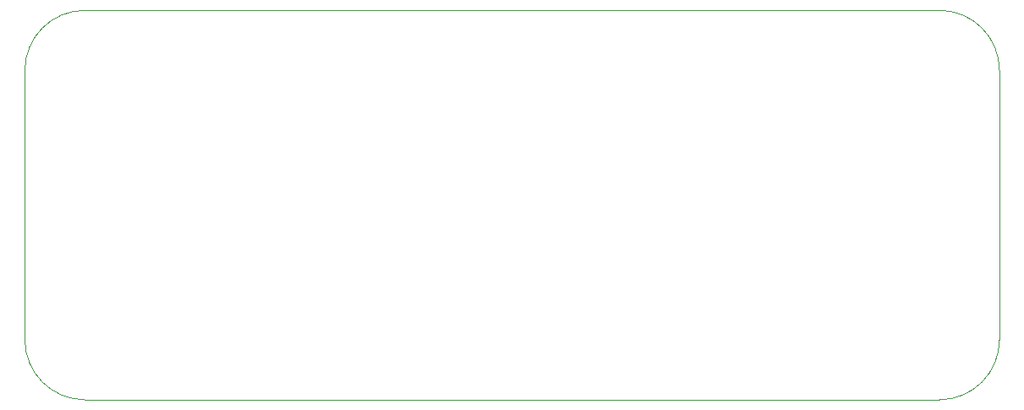
<source format=gm1>
G04 #@! TF.GenerationSoftware,KiCad,Pcbnew,7.0.1*
G04 #@! TF.CreationDate,2023-08-26T14:00:20-05:00*
G04 #@! TF.ProjectId,Shift Register Mosfet Array V2,53686966-7420-4526-9567-697374657220,rev?*
G04 #@! TF.SameCoordinates,Original*
G04 #@! TF.FileFunction,Profile,NP*
%FSLAX46Y46*%
G04 Gerber Fmt 4.6, Leading zero omitted, Abs format (unit mm)*
G04 Created by KiCad (PCBNEW 7.0.1) date 2023-08-26 14:00:20*
%MOMM*%
%LPD*%
G01*
G04 APERTURE LIST*
G04 #@! TA.AperFunction,Profile*
%ADD10C,0.100000*%
G04 #@! TD*
G04 APERTURE END LIST*
D10*
X154000000Y-123000000D02*
G75*
G03*
X160000000Y-117000000I0J6000000D01*
G01*
X68500000Y-84000000D02*
G75*
G03*
X62500000Y-90000000I0J-6000000D01*
G01*
X62500000Y-90000000D02*
X62500000Y-117000000D01*
X154000000Y-84000000D02*
X68500000Y-84000000D01*
X68500000Y-123000000D02*
X154000000Y-123000000D01*
X62500000Y-117000000D02*
G75*
G03*
X68500000Y-123000000I6000000J0D01*
G01*
X160000000Y-90000000D02*
G75*
G03*
X154000000Y-84000000I-6000000J0D01*
G01*
X160000000Y-117000000D02*
X160000000Y-90000000D01*
M02*

</source>
